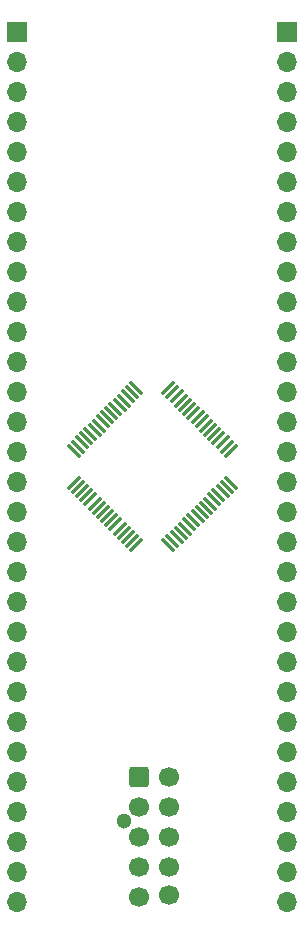
<source format=gbr>
%TF.GenerationSoftware,KiCad,Pcbnew,7.0.6-0*%
%TF.CreationDate,2023-07-17T22:06:51-07:00*%
%TF.ProjectId,84CP01,38344350-3031-42e6-9b69-6361645f7063,rev?*%
%TF.SameCoordinates,Original*%
%TF.FileFunction,Soldermask,Top*%
%TF.FilePolarity,Negative*%
%FSLAX46Y46*%
G04 Gerber Fmt 4.6, Leading zero omitted, Abs format (unit mm)*
G04 Created by KiCad (PCBNEW 7.0.6-0) date 2023-07-17 22:06:51*
%MOMM*%
%LPD*%
G01*
G04 APERTURE LIST*
G04 Aperture macros list*
%AMRoundRect*
0 Rectangle with rounded corners*
0 $1 Rounding radius*
0 $2 $3 $4 $5 $6 $7 $8 $9 X,Y pos of 4 corners*
0 Add a 4 corners polygon primitive as box body*
4,1,4,$2,$3,$4,$5,$6,$7,$8,$9,$2,$3,0*
0 Add four circle primitives for the rounded corners*
1,1,$1+$1,$2,$3*
1,1,$1+$1,$4,$5*
1,1,$1+$1,$6,$7*
1,1,$1+$1,$8,$9*
0 Add four rect primitives between the rounded corners*
20,1,$1+$1,$2,$3,$4,$5,0*
20,1,$1+$1,$4,$5,$6,$7,0*
20,1,$1+$1,$6,$7,$8,$9,0*
20,1,$1+$1,$8,$9,$2,$3,0*%
G04 Aperture macros list end*
%ADD10C,1.300000*%
%ADD11RoundRect,0.250000X-0.600000X-0.600000X0.600000X-0.600000X0.600000X0.600000X-0.600000X0.600000X0*%
%ADD12C,1.700000*%
%ADD13RoundRect,0.075000X-0.521491X0.415425X0.415425X-0.521491X0.521491X-0.415425X-0.415425X0.521491X0*%
%ADD14RoundRect,0.075000X-0.521491X-0.415425X-0.415425X-0.521491X0.521491X0.415425X0.415425X0.521491X0*%
%ADD15R,1.700000X1.700000*%
%ADD16O,1.700000X1.700000*%
G04 APERTURE END LIST*
D10*
%TO.C,J2*%
X106790000Y-119654000D03*
D11*
X108130000Y-115904000D03*
D12*
X110670000Y-115904000D03*
X108130000Y-118444000D03*
X110670000Y-118444000D03*
X108130000Y-120984000D03*
X110670000Y-120984000D03*
X108130000Y-123524000D03*
X110630000Y-123524000D03*
X108130000Y-126064000D03*
X110630000Y-125904000D03*
%TD*%
D13*
%TO.C,U1*%
X107867658Y-83006357D03*
X107514105Y-83359911D03*
X107160551Y-83713464D03*
X106806998Y-84067018D03*
X106453445Y-84420571D03*
X106099891Y-84774124D03*
X105746338Y-85127678D03*
X105392785Y-85481231D03*
X105039231Y-85834785D03*
X104685678Y-86188338D03*
X104332124Y-86541891D03*
X103978571Y-86895445D03*
X103625018Y-87248998D03*
X103271464Y-87602551D03*
X102917911Y-87956105D03*
X102564357Y-88309658D03*
D14*
X102564357Y-91014342D03*
X102917911Y-91367895D03*
X103271464Y-91721449D03*
X103625018Y-92075002D03*
X103978571Y-92428555D03*
X104332124Y-92782109D03*
X104685678Y-93135662D03*
X105039231Y-93489215D03*
X105392785Y-93842769D03*
X105746338Y-94196322D03*
X106099891Y-94549876D03*
X106453445Y-94903429D03*
X106806998Y-95256982D03*
X107160551Y-95610536D03*
X107514105Y-95964089D03*
X107867658Y-96317643D03*
D13*
X110572342Y-96317643D03*
X110925895Y-95964089D03*
X111279449Y-95610536D03*
X111633002Y-95256982D03*
X111986555Y-94903429D03*
X112340109Y-94549876D03*
X112693662Y-94196322D03*
X113047215Y-93842769D03*
X113400769Y-93489215D03*
X113754322Y-93135662D03*
X114107876Y-92782109D03*
X114461429Y-92428555D03*
X114814982Y-92075002D03*
X115168536Y-91721449D03*
X115522089Y-91367895D03*
X115875643Y-91014342D03*
D14*
X115875643Y-88309658D03*
X115522089Y-87956105D03*
X115168536Y-87602551D03*
X114814982Y-87248998D03*
X114461429Y-86895445D03*
X114107876Y-86541891D03*
X113754322Y-86188338D03*
X113400769Y-85834785D03*
X113047215Y-85481231D03*
X112693662Y-85127678D03*
X112340109Y-84774124D03*
X111986555Y-84420571D03*
X111633002Y-84067018D03*
X111279449Y-83713464D03*
X110925895Y-83359911D03*
X110572342Y-83006357D03*
%TD*%
D15*
%TO.C,J3*%
X120650000Y-52832000D03*
D16*
X120650000Y-55372000D03*
X120650000Y-57912000D03*
X120650000Y-60452000D03*
X120650000Y-62992000D03*
X120650000Y-65532000D03*
X120650000Y-68072000D03*
X120650000Y-70612000D03*
X120650000Y-73152000D03*
X120650000Y-75692000D03*
X120650000Y-78232000D03*
X120650000Y-80772000D03*
X120650000Y-83312000D03*
X120650000Y-85852000D03*
X120650000Y-88392000D03*
X120650000Y-90932000D03*
X120650000Y-93472000D03*
X120650000Y-96012000D03*
X120650000Y-98552000D03*
X120650000Y-101092000D03*
X120650000Y-103632000D03*
X120650000Y-106172000D03*
X120650000Y-108712000D03*
X120650000Y-111252000D03*
X120650000Y-113792000D03*
X120650000Y-116332000D03*
X120650000Y-118872000D03*
X120650000Y-121412000D03*
X120650000Y-123952000D03*
X120650000Y-126492000D03*
%TD*%
D15*
%TO.C,J1*%
X97790000Y-52832000D03*
D16*
X97790000Y-55372000D03*
X97790000Y-57912000D03*
X97790000Y-60452000D03*
X97790000Y-62992000D03*
X97790000Y-65532000D03*
X97790000Y-68072000D03*
X97790000Y-70612000D03*
X97790000Y-73152000D03*
X97790000Y-75692000D03*
X97790000Y-78232000D03*
X97790000Y-80772000D03*
X97790000Y-83312000D03*
X97790000Y-85852000D03*
X97790000Y-88392000D03*
X97790000Y-90932000D03*
X97790000Y-93472000D03*
X97790000Y-96012000D03*
X97790000Y-98552000D03*
X97790000Y-101092000D03*
X97790000Y-103632000D03*
X97790000Y-106172000D03*
X97790000Y-108712000D03*
X97790000Y-111252000D03*
X97790000Y-113792000D03*
X97790000Y-116332000D03*
X97790000Y-118872000D03*
X97790000Y-121412000D03*
X97790000Y-123952000D03*
X97790000Y-126492000D03*
%TD*%
M02*

</source>
